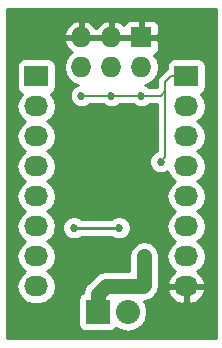
<source format=gbr>
G04 #@! TF.FileFunction,Copper,L2,Bot,Signal*
%FSLAX46Y46*%
G04 Gerber Fmt 4.6, Leading zero omitted, Abs format (unit mm)*
G04 Created by KiCad (PCBNEW no-vcs-found-product) date Sat 25 Jul 2015 04:50:57 PM PDT*
%MOMM*%
G01*
G04 APERTURE LIST*
%ADD10C,0.100000*%
%ADD11R,1.727200X1.727200*%
%ADD12O,1.727200X1.727200*%
%ADD13R,2.032000X1.727200*%
%ADD14O,2.032000X1.727200*%
%ADD15R,2.032000X2.032000*%
%ADD16O,2.032000X2.032000*%
%ADD17C,0.685800*%
%ADD18C,0.254000*%
%ADD19C,0.203200*%
%ADD20C,1.270000*%
G04 APERTURE END LIST*
D10*
D11*
X143510000Y-91059000D03*
D12*
X143510000Y-93599000D03*
X140970000Y-91059000D03*
X140970000Y-93599000D03*
X138430000Y-91059000D03*
X138430000Y-93599000D03*
D13*
X134620000Y-94361000D03*
D14*
X134620000Y-96901000D03*
X134620000Y-99441000D03*
X134620000Y-101981000D03*
X134620000Y-104521000D03*
X134620000Y-107061000D03*
X134620000Y-109601000D03*
X134620000Y-112141000D03*
D13*
X147320000Y-94361000D03*
D14*
X147320000Y-96901000D03*
X147320000Y-99441000D03*
X147320000Y-101981000D03*
X147320000Y-104521000D03*
X147320000Y-107061000D03*
X147320000Y-109601000D03*
X147320000Y-112141000D03*
D15*
X139827000Y-114300000D03*
D16*
X142367000Y-114300000D03*
D17*
X137820400Y-107188000D03*
X141630400Y-107188000D03*
X145161000Y-101600000D03*
X138430000Y-96012000D03*
X140970000Y-96012000D03*
X143510000Y-96012000D03*
X143764000Y-109601000D03*
X141274800Y-105079800D03*
X143967200Y-102997000D03*
D18*
X141605000Y-107188000D02*
X137795000Y-107188000D01*
D19*
X145542000Y-95631000D02*
X145542000Y-101219000D01*
X145542000Y-101219000D02*
X145161000Y-101600000D01*
X140970000Y-96012000D02*
X138430000Y-96012000D01*
X143510000Y-96012000D02*
X140970000Y-96012000D01*
X147320000Y-94361000D02*
X146050000Y-94361000D01*
X145161000Y-96012000D02*
X143510000Y-96012000D01*
X145542000Y-95631000D02*
X145161000Y-96012000D01*
X145542000Y-94869000D02*
X145542000Y-95631000D01*
X146050000Y-94361000D02*
X145542000Y-94869000D01*
D20*
X143764000Y-109601000D02*
X143764000Y-112014000D01*
X143764000Y-112014000D02*
X143637000Y-112141000D01*
X143662400Y-112141000D02*
X140487400Y-112141000D01*
X140487400Y-112141000D02*
X139852400Y-112776000D01*
X139827000Y-112776000D02*
X139827000Y-114300000D01*
D18*
G36*
X149810000Y-116536000D02*
X132130000Y-116536000D01*
X132130000Y-96901000D01*
X132936655Y-96901000D01*
X133050729Y-97474489D01*
X133375585Y-97960670D01*
X133690366Y-98171000D01*
X133375585Y-98381330D01*
X133050729Y-98867511D01*
X132936655Y-99441000D01*
X133050729Y-100014489D01*
X133375585Y-100500670D01*
X133690366Y-100711000D01*
X133375585Y-100921330D01*
X133050729Y-101407511D01*
X132936655Y-101981000D01*
X133050729Y-102554489D01*
X133375585Y-103040670D01*
X133690366Y-103251000D01*
X133375585Y-103461330D01*
X133050729Y-103947511D01*
X132936655Y-104521000D01*
X133050729Y-105094489D01*
X133375585Y-105580670D01*
X133690366Y-105791000D01*
X133375585Y-106001330D01*
X133050729Y-106487511D01*
X132936655Y-107061000D01*
X133050729Y-107634489D01*
X133375585Y-108120670D01*
X133690366Y-108331000D01*
X133375585Y-108541330D01*
X133050729Y-109027511D01*
X132936655Y-109601000D01*
X133050729Y-110174489D01*
X133375585Y-110660670D01*
X133690366Y-110871000D01*
X133375585Y-111081330D01*
X133050729Y-111567511D01*
X132936655Y-112141000D01*
X133050729Y-112714489D01*
X133375585Y-113200670D01*
X133861766Y-113525526D01*
X134435255Y-113639600D01*
X134804745Y-113639600D01*
X135378234Y-113525526D01*
X135739702Y-113284000D01*
X138163560Y-113284000D01*
X138163560Y-115316000D01*
X138210537Y-115558123D01*
X138350327Y-115770927D01*
X138561360Y-115913377D01*
X138811000Y-115963440D01*
X140843000Y-115963440D01*
X141085123Y-115916463D01*
X141297927Y-115776673D01*
X141396164Y-115631140D01*
X141735190Y-115857670D01*
X142367000Y-115983345D01*
X142998810Y-115857670D01*
X143534433Y-115499778D01*
X143892325Y-114964155D01*
X144018000Y-114332345D01*
X144018000Y-114267655D01*
X143892325Y-113635845D01*
X143732740Y-113397009D01*
X144148408Y-113314327D01*
X144560426Y-113039026D01*
X144611573Y-112962479D01*
X144662026Y-112912026D01*
X144937314Y-112500026D01*
X145712642Y-112500026D01*
X145715291Y-112515791D01*
X145969268Y-113043036D01*
X146405680Y-113432954D01*
X146958087Y-113626184D01*
X147193000Y-113481924D01*
X147193000Y-112268000D01*
X147447000Y-112268000D01*
X147447000Y-113481924D01*
X147681913Y-113626184D01*
X148234320Y-113432954D01*
X148670732Y-113043036D01*
X148924709Y-112515791D01*
X148927358Y-112500026D01*
X148806217Y-112268000D01*
X147447000Y-112268000D01*
X147193000Y-112268000D01*
X147193000Y-112268000D01*
X145833783Y-112268000D01*
X145712642Y-112500026D01*
X144937314Y-112500026D01*
X144937327Y-112500008D01*
X145034000Y-112014000D01*
X145034000Y-109601000D01*
X144937327Y-109114992D01*
X144662026Y-108702974D01*
X144250008Y-108427673D01*
X143764000Y-108331000D01*
X143277992Y-108427673D01*
X142865974Y-108702974D01*
X142590673Y-109114992D01*
X142494000Y-109601000D01*
X142494000Y-110871000D01*
X140487405Y-110871000D01*
X140487400Y-110870999D01*
X140001392Y-110967673D01*
X139589374Y-111242974D01*
X139589372Y-111242977D01*
X139005521Y-111826827D01*
X138928974Y-111877974D01*
X138653673Y-112289992D01*
X138575654Y-112682222D01*
X138568877Y-112683537D01*
X138356073Y-112823327D01*
X138213623Y-113034360D01*
X138163560Y-113284000D01*
X135739702Y-113284000D01*
X135864415Y-113200670D01*
X136189271Y-112714489D01*
X136303345Y-112141000D01*
X136189271Y-111567511D01*
X135864415Y-111081330D01*
X135549634Y-110871000D01*
X135864415Y-110660670D01*
X136189271Y-110174489D01*
X136303345Y-109601000D01*
X136189271Y-109027511D01*
X135864415Y-108541330D01*
X135549634Y-108331000D01*
X135864415Y-108120670D01*
X136189271Y-107634489D01*
X136239561Y-107381663D01*
X136842331Y-107381663D01*
X136990893Y-107741212D01*
X137265741Y-108016540D01*
X137625030Y-108165730D01*
X138014063Y-108166069D01*
X138373612Y-108017507D01*
X138441237Y-107950000D01*
X141009317Y-107950000D01*
X141075741Y-108016540D01*
X141435030Y-108165730D01*
X141824063Y-108166069D01*
X142183612Y-108017507D01*
X142458940Y-107742659D01*
X142608130Y-107383370D01*
X142608469Y-106994337D01*
X142459907Y-106634788D01*
X142185059Y-106359460D01*
X141825770Y-106210270D01*
X141436737Y-106209931D01*
X141077188Y-106358493D01*
X141009563Y-106426000D01*
X138441483Y-106426000D01*
X138375059Y-106359460D01*
X138015770Y-106210270D01*
X137626737Y-106209931D01*
X137267188Y-106358493D01*
X136991860Y-106633341D01*
X136842670Y-106992630D01*
X136842331Y-107381663D01*
X136239561Y-107381663D01*
X136303345Y-107061000D01*
X136189271Y-106487511D01*
X135864415Y-106001330D01*
X135549634Y-105791000D01*
X135864415Y-105580670D01*
X136189271Y-105094489D01*
X136303345Y-104521000D01*
X136189271Y-103947511D01*
X135864415Y-103461330D01*
X135549634Y-103251000D01*
X135864415Y-103040670D01*
X136189271Y-102554489D01*
X136303345Y-101981000D01*
X136189271Y-101407511D01*
X135864415Y-100921330D01*
X135549634Y-100711000D01*
X135864415Y-100500670D01*
X136189271Y-100014489D01*
X136303345Y-99441000D01*
X136189271Y-98867511D01*
X135864415Y-98381330D01*
X135549634Y-98171000D01*
X135864415Y-97960670D01*
X136189271Y-97474489D01*
X136303345Y-96901000D01*
X136189271Y-96327511D01*
X135864415Y-95841330D01*
X135848633Y-95830785D01*
X135878123Y-95825063D01*
X136090927Y-95685273D01*
X136233377Y-95474240D01*
X136283440Y-95224600D01*
X136283440Y-93569641D01*
X136931400Y-93569641D01*
X136931400Y-93628359D01*
X137045474Y-94201848D01*
X137370330Y-94688029D01*
X137856511Y-95012885D01*
X138147290Y-95070724D01*
X137876788Y-95182493D01*
X137601460Y-95457341D01*
X137452270Y-95816630D01*
X137451931Y-96205663D01*
X137600493Y-96565212D01*
X137875341Y-96840540D01*
X138234630Y-96989730D01*
X138623663Y-96990069D01*
X138983212Y-96841507D01*
X139076281Y-96748600D01*
X140323561Y-96748600D01*
X140415341Y-96840540D01*
X140774630Y-96989730D01*
X141163663Y-96990069D01*
X141523212Y-96841507D01*
X141616281Y-96748600D01*
X142863561Y-96748600D01*
X142955341Y-96840540D01*
X143314630Y-96989730D01*
X143703663Y-96990069D01*
X144063212Y-96841507D01*
X144156281Y-96748600D01*
X144805400Y-96748600D01*
X144805400Y-100688842D01*
X144607788Y-100770493D01*
X144332460Y-101045341D01*
X144183270Y-101404630D01*
X144182931Y-101793663D01*
X144331493Y-102153212D01*
X144606341Y-102428540D01*
X144965630Y-102577730D01*
X145354663Y-102578069D01*
X145714212Y-102429507D01*
X145723937Y-102419799D01*
X145750729Y-102554489D01*
X146075585Y-103040670D01*
X146390366Y-103251000D01*
X146075585Y-103461330D01*
X145750729Y-103947511D01*
X145636655Y-104521000D01*
X145750729Y-105094489D01*
X146075585Y-105580670D01*
X146390366Y-105791000D01*
X146075585Y-106001330D01*
X145750729Y-106487511D01*
X145636655Y-107061000D01*
X145750729Y-107634489D01*
X146075585Y-108120670D01*
X146390366Y-108331000D01*
X146075585Y-108541330D01*
X145750729Y-109027511D01*
X145636655Y-109601000D01*
X145750729Y-110174489D01*
X146075585Y-110660670D01*
X146385069Y-110867461D01*
X145969268Y-111238964D01*
X145715291Y-111766209D01*
X145712642Y-111781974D01*
X145833783Y-112014000D01*
X147193000Y-112014000D01*
X147193000Y-111994000D01*
X147447000Y-111994000D01*
X147447000Y-112014000D01*
X148806217Y-112014000D01*
X148927358Y-111781974D01*
X148924709Y-111766209D01*
X148670732Y-111238964D01*
X148254931Y-110867461D01*
X148564415Y-110660670D01*
X148889271Y-110174489D01*
X149003345Y-109601000D01*
X148889271Y-109027511D01*
X148564415Y-108541330D01*
X148249634Y-108331000D01*
X148564415Y-108120670D01*
X148889271Y-107634489D01*
X149003345Y-107061000D01*
X148889271Y-106487511D01*
X148564415Y-106001330D01*
X148249634Y-105791000D01*
X148564415Y-105580670D01*
X148889271Y-105094489D01*
X149003345Y-104521000D01*
X148889271Y-103947511D01*
X148564415Y-103461330D01*
X148249634Y-103251000D01*
X148564415Y-103040670D01*
X148889271Y-102554489D01*
X149003345Y-101981000D01*
X148889271Y-101407511D01*
X148564415Y-100921330D01*
X148249634Y-100711000D01*
X148564415Y-100500670D01*
X148889271Y-100014489D01*
X149003345Y-99441000D01*
X148889271Y-98867511D01*
X148564415Y-98381330D01*
X148249634Y-98171000D01*
X148564415Y-97960670D01*
X148889271Y-97474489D01*
X149003345Y-96901000D01*
X148889271Y-96327511D01*
X148564415Y-95841330D01*
X148548633Y-95830785D01*
X148578123Y-95825063D01*
X148790927Y-95685273D01*
X148933377Y-95474240D01*
X148983440Y-95224600D01*
X148983440Y-93497400D01*
X148936463Y-93255277D01*
X148796673Y-93042473D01*
X148585640Y-92900023D01*
X148336000Y-92849960D01*
X146304000Y-92849960D01*
X146061877Y-92896937D01*
X145849073Y-93036727D01*
X145706623Y-93247760D01*
X145656560Y-93497400D01*
X145656560Y-93755009D01*
X145529145Y-93840145D01*
X145021145Y-94348145D01*
X144861470Y-94587115D01*
X144805400Y-94869000D01*
X144805400Y-95275400D01*
X144156439Y-95275400D01*
X144064659Y-95183460D01*
X143793016Y-95070664D01*
X144083489Y-95012885D01*
X144569670Y-94688029D01*
X144894526Y-94201848D01*
X145008600Y-93628359D01*
X145008600Y-93569641D01*
X144894526Y-92996152D01*
X144579474Y-92524644D01*
X144733299Y-92460927D01*
X144911927Y-92282298D01*
X145008600Y-92048909D01*
X145008600Y-91344750D01*
X144849850Y-91186000D01*
X143637000Y-91186000D01*
X143637000Y-91206000D01*
X143383000Y-91206000D01*
X143383000Y-91186000D01*
X141097000Y-91186000D01*
X141097000Y-91206000D01*
X140843000Y-91206000D01*
X140843000Y-91186000D01*
X138557000Y-91186000D01*
X138557000Y-91206000D01*
X138303000Y-91206000D01*
X138303000Y-91186000D01*
X137095531Y-91186000D01*
X136975032Y-91418027D01*
X137223179Y-91947490D01*
X137641161Y-92329008D01*
X137370330Y-92509971D01*
X137045474Y-92996152D01*
X136931400Y-93569641D01*
X136283440Y-93569641D01*
X136283440Y-93497400D01*
X136236463Y-93255277D01*
X136096673Y-93042473D01*
X135885640Y-92900023D01*
X135636000Y-92849960D01*
X133604000Y-92849960D01*
X133361877Y-92896937D01*
X133149073Y-93036727D01*
X133006623Y-93247760D01*
X132956560Y-93497400D01*
X132956560Y-95224600D01*
X133003537Y-95466723D01*
X133143327Y-95679527D01*
X133354360Y-95821977D01*
X133392963Y-95829718D01*
X133375585Y-95841330D01*
X133050729Y-96327511D01*
X132936655Y-96901000D01*
X132130000Y-96901000D01*
X132130000Y-90699973D01*
X136975032Y-90699973D01*
X137095531Y-90932000D01*
X138303000Y-90932000D01*
X138303000Y-89725183D01*
X138557000Y-89725183D01*
X138557000Y-90932000D01*
X140843000Y-90932000D01*
X140843000Y-89725183D01*
X141097000Y-89725183D01*
X141097000Y-90932000D01*
X143383000Y-90932000D01*
X143383000Y-89719150D01*
X143637000Y-89719150D01*
X143637000Y-90932000D01*
X144849850Y-90932000D01*
X145008600Y-90773250D01*
X145008600Y-90069091D01*
X144911927Y-89835702D01*
X144733299Y-89657073D01*
X144499910Y-89560400D01*
X143795750Y-89560400D01*
X143637000Y-89719150D01*
X143383000Y-89719150D01*
X143383000Y-89719150D01*
X143224250Y-89560400D01*
X142520090Y-89560400D01*
X142286701Y-89657073D01*
X142108073Y-89835702D01*
X142026300Y-90033120D01*
X141744947Y-89776312D01*
X141329026Y-89604042D01*
X141097000Y-89725183D01*
X140843000Y-89725183D01*
X140843000Y-89725183D01*
X140610974Y-89604042D01*
X140195053Y-89776312D01*
X139763179Y-90170510D01*
X139700000Y-90305313D01*
X139636821Y-90170510D01*
X139204947Y-89776312D01*
X138789026Y-89604042D01*
X138557000Y-89725183D01*
X138303000Y-89725183D01*
X138303000Y-89725183D01*
X138070974Y-89604042D01*
X137655053Y-89776312D01*
X137223179Y-90170510D01*
X136975032Y-90699973D01*
X132130000Y-90699973D01*
X132130000Y-88696000D01*
X149810000Y-88696000D01*
X149810000Y-116536000D01*
X149810000Y-116536000D01*
G37*
X149810000Y-116536000D02*
X132130000Y-116536000D01*
X132130000Y-96901000D01*
X132936655Y-96901000D01*
X133050729Y-97474489D01*
X133375585Y-97960670D01*
X133690366Y-98171000D01*
X133375585Y-98381330D01*
X133050729Y-98867511D01*
X132936655Y-99441000D01*
X133050729Y-100014489D01*
X133375585Y-100500670D01*
X133690366Y-100711000D01*
X133375585Y-100921330D01*
X133050729Y-101407511D01*
X132936655Y-101981000D01*
X133050729Y-102554489D01*
X133375585Y-103040670D01*
X133690366Y-103251000D01*
X133375585Y-103461330D01*
X133050729Y-103947511D01*
X132936655Y-104521000D01*
X133050729Y-105094489D01*
X133375585Y-105580670D01*
X133690366Y-105791000D01*
X133375585Y-106001330D01*
X133050729Y-106487511D01*
X132936655Y-107061000D01*
X133050729Y-107634489D01*
X133375585Y-108120670D01*
X133690366Y-108331000D01*
X133375585Y-108541330D01*
X133050729Y-109027511D01*
X132936655Y-109601000D01*
X133050729Y-110174489D01*
X133375585Y-110660670D01*
X133690366Y-110871000D01*
X133375585Y-111081330D01*
X133050729Y-111567511D01*
X132936655Y-112141000D01*
X133050729Y-112714489D01*
X133375585Y-113200670D01*
X133861766Y-113525526D01*
X134435255Y-113639600D01*
X134804745Y-113639600D01*
X135378234Y-113525526D01*
X135739702Y-113284000D01*
X138163560Y-113284000D01*
X138163560Y-115316000D01*
X138210537Y-115558123D01*
X138350327Y-115770927D01*
X138561360Y-115913377D01*
X138811000Y-115963440D01*
X140843000Y-115963440D01*
X141085123Y-115916463D01*
X141297927Y-115776673D01*
X141396164Y-115631140D01*
X141735190Y-115857670D01*
X142367000Y-115983345D01*
X142998810Y-115857670D01*
X143534433Y-115499778D01*
X143892325Y-114964155D01*
X144018000Y-114332345D01*
X144018000Y-114267655D01*
X143892325Y-113635845D01*
X143732740Y-113397009D01*
X144148408Y-113314327D01*
X144560426Y-113039026D01*
X144611573Y-112962479D01*
X144662026Y-112912026D01*
X144937314Y-112500026D01*
X145712642Y-112500026D01*
X145715291Y-112515791D01*
X145969268Y-113043036D01*
X146405680Y-113432954D01*
X146958087Y-113626184D01*
X147193000Y-113481924D01*
X147193000Y-112268000D01*
X147447000Y-112268000D01*
X147447000Y-113481924D01*
X147681913Y-113626184D01*
X148234320Y-113432954D01*
X148670732Y-113043036D01*
X148924709Y-112515791D01*
X148927358Y-112500026D01*
X148806217Y-112268000D01*
X147447000Y-112268000D01*
X147193000Y-112268000D01*
X147193000Y-112268000D01*
X145833783Y-112268000D01*
X145712642Y-112500026D01*
X144937314Y-112500026D01*
X144937327Y-112500008D01*
X145034000Y-112014000D01*
X145034000Y-109601000D01*
X144937327Y-109114992D01*
X144662026Y-108702974D01*
X144250008Y-108427673D01*
X143764000Y-108331000D01*
X143277992Y-108427673D01*
X142865974Y-108702974D01*
X142590673Y-109114992D01*
X142494000Y-109601000D01*
X142494000Y-110871000D01*
X140487405Y-110871000D01*
X140487400Y-110870999D01*
X140001392Y-110967673D01*
X139589374Y-111242974D01*
X139589372Y-111242977D01*
X139005521Y-111826827D01*
X138928974Y-111877974D01*
X138653673Y-112289992D01*
X138575654Y-112682222D01*
X138568877Y-112683537D01*
X138356073Y-112823327D01*
X138213623Y-113034360D01*
X138163560Y-113284000D01*
X135739702Y-113284000D01*
X135864415Y-113200670D01*
X136189271Y-112714489D01*
X136303345Y-112141000D01*
X136189271Y-111567511D01*
X135864415Y-111081330D01*
X135549634Y-110871000D01*
X135864415Y-110660670D01*
X136189271Y-110174489D01*
X136303345Y-109601000D01*
X136189271Y-109027511D01*
X135864415Y-108541330D01*
X135549634Y-108331000D01*
X135864415Y-108120670D01*
X136189271Y-107634489D01*
X136239561Y-107381663D01*
X136842331Y-107381663D01*
X136990893Y-107741212D01*
X137265741Y-108016540D01*
X137625030Y-108165730D01*
X138014063Y-108166069D01*
X138373612Y-108017507D01*
X138441237Y-107950000D01*
X141009317Y-107950000D01*
X141075741Y-108016540D01*
X141435030Y-108165730D01*
X141824063Y-108166069D01*
X142183612Y-108017507D01*
X142458940Y-107742659D01*
X142608130Y-107383370D01*
X142608469Y-106994337D01*
X142459907Y-106634788D01*
X142185059Y-106359460D01*
X141825770Y-106210270D01*
X141436737Y-106209931D01*
X141077188Y-106358493D01*
X141009563Y-106426000D01*
X138441483Y-106426000D01*
X138375059Y-106359460D01*
X138015770Y-106210270D01*
X137626737Y-106209931D01*
X137267188Y-106358493D01*
X136991860Y-106633341D01*
X136842670Y-106992630D01*
X136842331Y-107381663D01*
X136239561Y-107381663D01*
X136303345Y-107061000D01*
X136189271Y-106487511D01*
X135864415Y-106001330D01*
X135549634Y-105791000D01*
X135864415Y-105580670D01*
X136189271Y-105094489D01*
X136303345Y-104521000D01*
X136189271Y-103947511D01*
X135864415Y-103461330D01*
X135549634Y-103251000D01*
X135864415Y-103040670D01*
X136189271Y-102554489D01*
X136303345Y-101981000D01*
X136189271Y-101407511D01*
X135864415Y-100921330D01*
X135549634Y-100711000D01*
X135864415Y-100500670D01*
X136189271Y-100014489D01*
X136303345Y-99441000D01*
X136189271Y-98867511D01*
X135864415Y-98381330D01*
X135549634Y-98171000D01*
X135864415Y-97960670D01*
X136189271Y-97474489D01*
X136303345Y-96901000D01*
X136189271Y-96327511D01*
X135864415Y-95841330D01*
X135848633Y-95830785D01*
X135878123Y-95825063D01*
X136090927Y-95685273D01*
X136233377Y-95474240D01*
X136283440Y-95224600D01*
X136283440Y-93569641D01*
X136931400Y-93569641D01*
X136931400Y-93628359D01*
X137045474Y-94201848D01*
X137370330Y-94688029D01*
X137856511Y-95012885D01*
X138147290Y-95070724D01*
X137876788Y-95182493D01*
X137601460Y-95457341D01*
X137452270Y-95816630D01*
X137451931Y-96205663D01*
X137600493Y-96565212D01*
X137875341Y-96840540D01*
X138234630Y-96989730D01*
X138623663Y-96990069D01*
X138983212Y-96841507D01*
X139076281Y-96748600D01*
X140323561Y-96748600D01*
X140415341Y-96840540D01*
X140774630Y-96989730D01*
X141163663Y-96990069D01*
X141523212Y-96841507D01*
X141616281Y-96748600D01*
X142863561Y-96748600D01*
X142955341Y-96840540D01*
X143314630Y-96989730D01*
X143703663Y-96990069D01*
X144063212Y-96841507D01*
X144156281Y-96748600D01*
X144805400Y-96748600D01*
X144805400Y-100688842D01*
X144607788Y-100770493D01*
X144332460Y-101045341D01*
X144183270Y-101404630D01*
X144182931Y-101793663D01*
X144331493Y-102153212D01*
X144606341Y-102428540D01*
X144965630Y-102577730D01*
X145354663Y-102578069D01*
X145714212Y-102429507D01*
X145723937Y-102419799D01*
X145750729Y-102554489D01*
X146075585Y-103040670D01*
X146390366Y-103251000D01*
X146075585Y-103461330D01*
X145750729Y-103947511D01*
X145636655Y-104521000D01*
X145750729Y-105094489D01*
X146075585Y-105580670D01*
X146390366Y-105791000D01*
X146075585Y-106001330D01*
X145750729Y-106487511D01*
X145636655Y-107061000D01*
X145750729Y-107634489D01*
X146075585Y-108120670D01*
X146390366Y-108331000D01*
X146075585Y-108541330D01*
X145750729Y-109027511D01*
X145636655Y-109601000D01*
X145750729Y-110174489D01*
X146075585Y-110660670D01*
X146385069Y-110867461D01*
X145969268Y-111238964D01*
X145715291Y-111766209D01*
X145712642Y-111781974D01*
X145833783Y-112014000D01*
X147193000Y-112014000D01*
X147193000Y-111994000D01*
X147447000Y-111994000D01*
X147447000Y-112014000D01*
X148806217Y-112014000D01*
X148927358Y-111781974D01*
X148924709Y-111766209D01*
X148670732Y-111238964D01*
X148254931Y-110867461D01*
X148564415Y-110660670D01*
X148889271Y-110174489D01*
X149003345Y-109601000D01*
X148889271Y-109027511D01*
X148564415Y-108541330D01*
X148249634Y-108331000D01*
X148564415Y-108120670D01*
X148889271Y-107634489D01*
X149003345Y-107061000D01*
X148889271Y-106487511D01*
X148564415Y-106001330D01*
X148249634Y-105791000D01*
X148564415Y-105580670D01*
X148889271Y-105094489D01*
X149003345Y-104521000D01*
X148889271Y-103947511D01*
X148564415Y-103461330D01*
X148249634Y-103251000D01*
X148564415Y-103040670D01*
X148889271Y-102554489D01*
X149003345Y-101981000D01*
X148889271Y-101407511D01*
X148564415Y-100921330D01*
X148249634Y-100711000D01*
X148564415Y-100500670D01*
X148889271Y-100014489D01*
X149003345Y-99441000D01*
X148889271Y-98867511D01*
X148564415Y-98381330D01*
X148249634Y-98171000D01*
X148564415Y-97960670D01*
X148889271Y-97474489D01*
X149003345Y-96901000D01*
X148889271Y-96327511D01*
X148564415Y-95841330D01*
X148548633Y-95830785D01*
X148578123Y-95825063D01*
X148790927Y-95685273D01*
X148933377Y-95474240D01*
X148983440Y-95224600D01*
X148983440Y-93497400D01*
X148936463Y-93255277D01*
X148796673Y-93042473D01*
X148585640Y-92900023D01*
X148336000Y-92849960D01*
X146304000Y-92849960D01*
X146061877Y-92896937D01*
X145849073Y-93036727D01*
X145706623Y-93247760D01*
X145656560Y-93497400D01*
X145656560Y-93755009D01*
X145529145Y-93840145D01*
X145021145Y-94348145D01*
X144861470Y-94587115D01*
X144805400Y-94869000D01*
X144805400Y-95275400D01*
X144156439Y-95275400D01*
X144064659Y-95183460D01*
X143793016Y-95070664D01*
X144083489Y-95012885D01*
X144569670Y-94688029D01*
X144894526Y-94201848D01*
X145008600Y-93628359D01*
X145008600Y-93569641D01*
X144894526Y-92996152D01*
X144579474Y-92524644D01*
X144733299Y-92460927D01*
X144911927Y-92282298D01*
X145008600Y-92048909D01*
X145008600Y-91344750D01*
X144849850Y-91186000D01*
X143637000Y-91186000D01*
X143637000Y-91206000D01*
X143383000Y-91206000D01*
X143383000Y-91186000D01*
X141097000Y-91186000D01*
X141097000Y-91206000D01*
X140843000Y-91206000D01*
X140843000Y-91186000D01*
X138557000Y-91186000D01*
X138557000Y-91206000D01*
X138303000Y-91206000D01*
X138303000Y-91186000D01*
X137095531Y-91186000D01*
X136975032Y-91418027D01*
X137223179Y-91947490D01*
X137641161Y-92329008D01*
X137370330Y-92509971D01*
X137045474Y-92996152D01*
X136931400Y-93569641D01*
X136283440Y-93569641D01*
X136283440Y-93497400D01*
X136236463Y-93255277D01*
X136096673Y-93042473D01*
X135885640Y-92900023D01*
X135636000Y-92849960D01*
X133604000Y-92849960D01*
X133361877Y-92896937D01*
X133149073Y-93036727D01*
X133006623Y-93247760D01*
X132956560Y-93497400D01*
X132956560Y-95224600D01*
X133003537Y-95466723D01*
X133143327Y-95679527D01*
X133354360Y-95821977D01*
X133392963Y-95829718D01*
X133375585Y-95841330D01*
X133050729Y-96327511D01*
X132936655Y-96901000D01*
X132130000Y-96901000D01*
X132130000Y-90699973D01*
X136975032Y-90699973D01*
X137095531Y-90932000D01*
X138303000Y-90932000D01*
X138303000Y-89725183D01*
X138557000Y-89725183D01*
X138557000Y-90932000D01*
X140843000Y-90932000D01*
X140843000Y-89725183D01*
X141097000Y-89725183D01*
X141097000Y-90932000D01*
X143383000Y-90932000D01*
X143383000Y-89719150D01*
X143637000Y-89719150D01*
X143637000Y-90932000D01*
X144849850Y-90932000D01*
X145008600Y-90773250D01*
X145008600Y-90069091D01*
X144911927Y-89835702D01*
X144733299Y-89657073D01*
X144499910Y-89560400D01*
X143795750Y-89560400D01*
X143637000Y-89719150D01*
X143383000Y-89719150D01*
X143383000Y-89719150D01*
X143224250Y-89560400D01*
X142520090Y-89560400D01*
X142286701Y-89657073D01*
X142108073Y-89835702D01*
X142026300Y-90033120D01*
X141744947Y-89776312D01*
X141329026Y-89604042D01*
X141097000Y-89725183D01*
X140843000Y-89725183D01*
X140843000Y-89725183D01*
X140610974Y-89604042D01*
X140195053Y-89776312D01*
X139763179Y-90170510D01*
X139700000Y-90305313D01*
X139636821Y-90170510D01*
X139204947Y-89776312D01*
X138789026Y-89604042D01*
X138557000Y-89725183D01*
X138303000Y-89725183D01*
X138303000Y-89725183D01*
X138070974Y-89604042D01*
X137655053Y-89776312D01*
X137223179Y-90170510D01*
X136975032Y-90699973D01*
X132130000Y-90699973D01*
X132130000Y-88696000D01*
X149810000Y-88696000D01*
X149810000Y-116536000D01*
M02*

</source>
